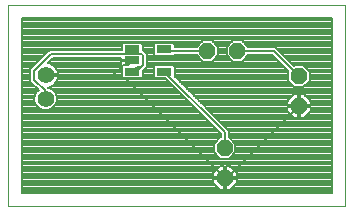
<source format=gtl>
G75*
%MOIN*%
%OFA0B0*%
%FSLAX25Y25*%
%IPPOS*%
%LPD*%
%AMOC8*
5,1,8,0,0,1.08239X$1,22.5*
%
%ADD10C,0.00000*%
%ADD11OC8,0.05200*%
%ADD12R,0.05000X0.02500*%
%ADD13C,0.05543*%
%ADD14C,0.00787*%
D10*
X0001394Y0001394D02*
X0001394Y0068323D01*
X0113598Y0068323D01*
X0113598Y0001394D01*
X0001394Y0001394D01*
D11*
X0073480Y0010724D03*
X0073480Y0020724D03*
X0098205Y0034661D03*
X0098205Y0044661D03*
X0077693Y0053047D03*
X0067693Y0053047D03*
D12*
X0053283Y0053638D03*
X0042654Y0053638D03*
X0042654Y0049898D03*
X0042654Y0046157D03*
X0053283Y0046157D03*
D13*
X0013835Y0044976D03*
X0013835Y0037102D03*
D14*
X0013835Y0039651D01*
X0010069Y0043417D01*
X0010069Y0046536D01*
X0015675Y0052141D01*
X0044150Y0052141D01*
X0045565Y0052141D01*
X0046147Y0051559D01*
X0046147Y0048236D01*
X0045565Y0047654D01*
X0044150Y0047654D01*
X0042654Y0046157D01*
X0044069Y0046157D01*
X0045565Y0047654D01*
X0046642Y0046768D02*
X0049790Y0046768D01*
X0049790Y0047554D02*
X0047427Y0047554D01*
X0047535Y0047661D02*
X0047535Y0052134D01*
X0046953Y0052716D01*
X0046147Y0053521D01*
X0046147Y0055299D01*
X0045565Y0055881D01*
X0039742Y0055881D01*
X0039160Y0055299D01*
X0039160Y0053529D01*
X0015100Y0053529D01*
X0014287Y0052716D01*
X0008682Y0047111D01*
X0008682Y0042842D01*
X0011466Y0040058D01*
X0010643Y0039235D01*
X0010069Y0037851D01*
X0010069Y0036353D01*
X0010643Y0034969D01*
X0011702Y0033910D01*
X0013086Y0033337D01*
X0014584Y0033337D01*
X0015968Y0033910D01*
X0017027Y0034969D01*
X0017600Y0036353D01*
X0017600Y0037851D01*
X0017027Y0039235D01*
X0015968Y0040294D01*
X0014584Y0040868D01*
X0014580Y0040868D01*
X0014572Y0040876D01*
X0014810Y0040914D01*
X0015434Y0041116D01*
X0016018Y0041414D01*
X0016548Y0041799D01*
X0017012Y0042263D01*
X0017397Y0042793D01*
X0017695Y0043377D01*
X0017897Y0044001D01*
X0017990Y0044583D01*
X0014228Y0044583D01*
X0014228Y0045370D01*
X0017990Y0045370D01*
X0017897Y0045952D01*
X0017695Y0046575D01*
X0017397Y0047159D01*
X0017012Y0047690D01*
X0016548Y0048154D01*
X0016018Y0048539D01*
X0015434Y0048837D01*
X0014810Y0049039D01*
X0014572Y0049077D01*
X0016249Y0050754D01*
X0038760Y0050754D01*
X0038760Y0050129D01*
X0042422Y0050129D01*
X0042422Y0049666D01*
X0038760Y0049666D01*
X0038760Y0048464D01*
X0038855Y0048110D01*
X0039038Y0047792D01*
X0039160Y0047670D01*
X0039160Y0044496D01*
X0039742Y0043914D01*
X0045565Y0043914D01*
X0046147Y0044496D01*
X0046147Y0046274D01*
X0046953Y0047079D01*
X0047535Y0047661D01*
X0047535Y0048340D02*
X0050311Y0048340D01*
X0050372Y0048401D02*
X0049790Y0047819D01*
X0049790Y0044496D01*
X0050372Y0043914D01*
X0053565Y0043914D01*
X0072093Y0025386D01*
X0072093Y0024318D01*
X0071992Y0024318D01*
X0069887Y0022213D01*
X0069887Y0019236D01*
X0071992Y0017131D01*
X0074969Y0017131D01*
X0077074Y0019236D01*
X0077074Y0022213D01*
X0074969Y0024318D01*
X0074868Y0024318D01*
X0074868Y0026535D01*
X0056777Y0044626D01*
X0056777Y0047819D01*
X0056195Y0048401D01*
X0050372Y0048401D01*
X0047535Y0049126D02*
X0091778Y0049126D01*
X0090992Y0049912D02*
X0079640Y0049912D01*
X0079181Y0049454D02*
X0081287Y0051559D01*
X0081287Y0051660D01*
X0089244Y0051660D01*
X0094683Y0046221D01*
X0094611Y0046150D01*
X0094611Y0043173D01*
X0096716Y0041068D01*
X0099693Y0041068D01*
X0101798Y0043173D01*
X0101798Y0046150D01*
X0099693Y0048255D01*
X0096716Y0048255D01*
X0096645Y0048184D01*
X0090394Y0054435D01*
X0081287Y0054435D01*
X0081287Y0054536D01*
X0079181Y0056641D01*
X0076204Y0056641D01*
X0074099Y0054536D01*
X0074099Y0051559D01*
X0076204Y0049454D01*
X0079181Y0049454D01*
X0080426Y0050698D02*
X0090206Y0050698D01*
X0089420Y0051484D02*
X0081212Y0051484D01*
X0077693Y0053047D02*
X0089819Y0053047D01*
X0098205Y0044661D01*
X0101798Y0044410D02*
X0109205Y0044410D01*
X0109205Y0043625D02*
X0101798Y0043625D01*
X0101464Y0042839D02*
X0109205Y0042839D01*
X0109205Y0042053D02*
X0100678Y0042053D01*
X0099892Y0041267D02*
X0109205Y0041267D01*
X0109205Y0040481D02*
X0060922Y0040481D01*
X0060136Y0041267D02*
X0096517Y0041267D01*
X0095731Y0042053D02*
X0059350Y0042053D01*
X0058564Y0042839D02*
X0094945Y0042839D01*
X0094611Y0043625D02*
X0057778Y0043625D01*
X0056993Y0044410D02*
X0094611Y0044410D01*
X0094611Y0045196D02*
X0056777Y0045196D01*
X0056777Y0045982D02*
X0094611Y0045982D01*
X0094136Y0046768D02*
X0056777Y0046768D01*
X0056777Y0047554D02*
X0093350Y0047554D01*
X0092564Y0048340D02*
X0056256Y0048340D01*
X0053283Y0046157D02*
X0073480Y0025961D01*
X0073480Y0020724D01*
X0069887Y0020833D02*
X0005787Y0020833D01*
X0005787Y0020047D02*
X0069887Y0020047D01*
X0069887Y0019261D02*
X0005787Y0019261D01*
X0005787Y0018475D02*
X0070647Y0018475D01*
X0071433Y0017689D02*
X0005787Y0017689D01*
X0005787Y0016904D02*
X0109205Y0016904D01*
X0109205Y0017689D02*
X0075528Y0017689D01*
X0076314Y0018475D02*
X0109205Y0018475D01*
X0109205Y0019261D02*
X0077074Y0019261D01*
X0077074Y0020047D02*
X0109205Y0020047D01*
X0109205Y0020833D02*
X0077074Y0020833D01*
X0077074Y0021619D02*
X0109205Y0021619D01*
X0109205Y0022405D02*
X0076882Y0022405D01*
X0076096Y0023191D02*
X0109205Y0023191D01*
X0109205Y0023977D02*
X0075310Y0023977D01*
X0074868Y0024763D02*
X0109205Y0024763D01*
X0109205Y0025549D02*
X0074868Y0025549D01*
X0074868Y0026334D02*
X0109205Y0026334D01*
X0109205Y0027120D02*
X0074283Y0027120D01*
X0073497Y0027906D02*
X0109205Y0027906D01*
X0109205Y0028692D02*
X0072711Y0028692D01*
X0071925Y0029478D02*
X0109205Y0029478D01*
X0109205Y0030264D02*
X0071139Y0030264D01*
X0070353Y0031050D02*
X0096168Y0031050D01*
X0096550Y0030668D02*
X0094211Y0033007D01*
X0094211Y0034268D01*
X0097811Y0034268D01*
X0097811Y0035055D01*
X0094211Y0035055D01*
X0094211Y0036316D01*
X0096550Y0038655D01*
X0097811Y0038655D01*
X0097811Y0035055D01*
X0098598Y0035055D01*
X0098598Y0038655D01*
X0099859Y0038655D01*
X0102198Y0036316D01*
X0102198Y0035055D01*
X0098598Y0035055D01*
X0098598Y0034268D01*
X0098598Y0030668D01*
X0099859Y0030668D01*
X0102198Y0033007D01*
X0102198Y0034268D01*
X0098598Y0034268D01*
X0097811Y0034268D01*
X0097811Y0030668D01*
X0096550Y0030668D01*
X0097811Y0031050D02*
X0098598Y0031050D01*
X0098598Y0031836D02*
X0097811Y0031836D01*
X0097811Y0032622D02*
X0098598Y0032622D01*
X0098598Y0033408D02*
X0097811Y0033408D01*
X0097811Y0034194D02*
X0098598Y0034194D01*
X0098205Y0034661D02*
X0074268Y0010724D01*
X0073480Y0010724D01*
X0040291Y0043914D01*
X0039742Y0043914D01*
X0039160Y0044496D01*
X0039160Y0047819D01*
X0036317Y0044976D01*
X0013835Y0044976D01*
X0014228Y0045196D02*
X0039160Y0045196D01*
X0039160Y0045982D02*
X0017888Y0045982D01*
X0017597Y0046768D02*
X0039160Y0046768D01*
X0039160Y0047554D02*
X0017110Y0047554D01*
X0016291Y0048340D02*
X0038793Y0048340D01*
X0039160Y0047819D02*
X0039742Y0048401D01*
X0040764Y0048401D01*
X0041157Y0048401D01*
X0042654Y0049898D01*
X0042422Y0049912D02*
X0015407Y0049912D01*
X0014621Y0049126D02*
X0038760Y0049126D01*
X0038760Y0050698D02*
X0016193Y0050698D01*
X0013841Y0052270D02*
X0005787Y0052270D01*
X0005787Y0051484D02*
X0013055Y0051484D01*
X0012269Y0050698D02*
X0005787Y0050698D01*
X0005787Y0049912D02*
X0011483Y0049912D01*
X0010697Y0049126D02*
X0005787Y0049126D01*
X0005787Y0048340D02*
X0009911Y0048340D01*
X0009125Y0047554D02*
X0005787Y0047554D01*
X0005787Y0046768D02*
X0008682Y0046768D01*
X0008682Y0045982D02*
X0005787Y0045982D01*
X0005787Y0045196D02*
X0008682Y0045196D01*
X0008682Y0044410D02*
X0005787Y0044410D01*
X0005787Y0043625D02*
X0008682Y0043625D01*
X0008685Y0042839D02*
X0005787Y0042839D01*
X0005787Y0042053D02*
X0009471Y0042053D01*
X0010257Y0041267D02*
X0005787Y0041267D01*
X0005787Y0040481D02*
X0011043Y0040481D01*
X0011102Y0039695D02*
X0005787Y0039695D01*
X0005787Y0038909D02*
X0010507Y0038909D01*
X0010182Y0038123D02*
X0005787Y0038123D01*
X0005787Y0037337D02*
X0010069Y0037337D01*
X0010069Y0036551D02*
X0005787Y0036551D01*
X0005787Y0035765D02*
X0010313Y0035765D01*
X0010638Y0034980D02*
X0005787Y0034980D01*
X0005787Y0034194D02*
X0011418Y0034194D01*
X0012915Y0033408D02*
X0005787Y0033408D01*
X0005787Y0032622D02*
X0064857Y0032622D01*
X0064071Y0033408D02*
X0014754Y0033408D01*
X0016251Y0034194D02*
X0063285Y0034194D01*
X0062499Y0034980D02*
X0017031Y0034980D01*
X0017356Y0035765D02*
X0061713Y0035765D01*
X0060927Y0036551D02*
X0017600Y0036551D01*
X0017600Y0037337D02*
X0060142Y0037337D01*
X0059356Y0038123D02*
X0017487Y0038123D01*
X0017162Y0038909D02*
X0058570Y0038909D01*
X0057784Y0039695D02*
X0016567Y0039695D01*
X0015517Y0040481D02*
X0056998Y0040481D01*
X0056212Y0041267D02*
X0015729Y0041267D01*
X0016802Y0042053D02*
X0055426Y0042053D01*
X0054640Y0042839D02*
X0017420Y0042839D01*
X0017775Y0043625D02*
X0053854Y0043625D01*
X0049875Y0044410D02*
X0046062Y0044410D01*
X0046147Y0045196D02*
X0049790Y0045196D01*
X0049790Y0045982D02*
X0046147Y0045982D01*
X0047535Y0049912D02*
X0065746Y0049912D01*
X0066204Y0049454D02*
X0069181Y0049454D01*
X0071287Y0051559D01*
X0071287Y0054536D01*
X0069181Y0056641D01*
X0066204Y0056641D01*
X0064099Y0054536D01*
X0064099Y0054435D01*
X0056777Y0054435D01*
X0056777Y0055299D01*
X0056195Y0055881D01*
X0050372Y0055881D01*
X0049790Y0055299D01*
X0049790Y0051976D01*
X0050372Y0051394D01*
X0056195Y0051394D01*
X0056461Y0051660D01*
X0064099Y0051660D01*
X0064099Y0051559D01*
X0066204Y0049454D01*
X0064960Y0050698D02*
X0047535Y0050698D01*
X0047535Y0051484D02*
X0050282Y0051484D01*
X0049790Y0052270D02*
X0047399Y0052270D01*
X0046613Y0053056D02*
X0049790Y0053056D01*
X0049790Y0053841D02*
X0046147Y0053841D01*
X0046147Y0054627D02*
X0049790Y0054627D01*
X0049904Y0055413D02*
X0046033Y0055413D01*
X0044150Y0052141D02*
X0042654Y0053638D01*
X0039160Y0053841D02*
X0005787Y0053841D01*
X0005787Y0053056D02*
X0014627Y0053056D01*
X0005787Y0054627D02*
X0039160Y0054627D01*
X0039274Y0055413D02*
X0005787Y0055413D01*
X0005787Y0056199D02*
X0065763Y0056199D01*
X0064977Y0055413D02*
X0056663Y0055413D01*
X0056777Y0054627D02*
X0064191Y0054627D01*
X0067693Y0053047D02*
X0053874Y0053047D01*
X0053283Y0053638D01*
X0056285Y0051484D02*
X0064174Y0051484D01*
X0069640Y0049912D02*
X0075746Y0049912D01*
X0074960Y0050698D02*
X0070426Y0050698D01*
X0071212Y0051484D02*
X0074174Y0051484D01*
X0074099Y0052270D02*
X0071287Y0052270D01*
X0071287Y0053056D02*
X0074099Y0053056D01*
X0074099Y0053841D02*
X0071287Y0053841D01*
X0071195Y0054627D02*
X0074191Y0054627D01*
X0074977Y0055413D02*
X0070409Y0055413D01*
X0069623Y0056199D02*
X0075763Y0056199D01*
X0079623Y0056199D02*
X0109205Y0056199D01*
X0109205Y0055413D02*
X0080409Y0055413D01*
X0081195Y0054627D02*
X0109205Y0054627D01*
X0109205Y0053841D02*
X0090987Y0053841D01*
X0091773Y0053056D02*
X0109205Y0053056D01*
X0109205Y0052270D02*
X0092559Y0052270D01*
X0093345Y0051484D02*
X0109205Y0051484D01*
X0109205Y0050698D02*
X0094130Y0050698D01*
X0094916Y0049912D02*
X0109205Y0049912D01*
X0109205Y0049126D02*
X0095702Y0049126D01*
X0096488Y0048340D02*
X0109205Y0048340D01*
X0109205Y0047554D02*
X0100394Y0047554D01*
X0101180Y0046768D02*
X0109205Y0046768D01*
X0109205Y0045982D02*
X0101798Y0045982D01*
X0101798Y0045196D02*
X0109205Y0045196D01*
X0109205Y0039695D02*
X0061708Y0039695D01*
X0062494Y0038909D02*
X0109205Y0038909D01*
X0109205Y0038123D02*
X0100391Y0038123D01*
X0101177Y0037337D02*
X0109205Y0037337D01*
X0109205Y0036551D02*
X0101963Y0036551D01*
X0102198Y0035765D02*
X0109205Y0035765D01*
X0109205Y0034980D02*
X0098598Y0034980D01*
X0098598Y0035765D02*
X0097811Y0035765D01*
X0097811Y0034980D02*
X0066423Y0034980D01*
X0065638Y0035765D02*
X0094211Y0035765D01*
X0094447Y0036551D02*
X0064852Y0036551D01*
X0064066Y0037337D02*
X0095233Y0037337D01*
X0096019Y0038123D02*
X0063280Y0038123D01*
X0067209Y0034194D02*
X0094211Y0034194D01*
X0094211Y0033408D02*
X0067995Y0033408D01*
X0068781Y0032622D02*
X0094596Y0032622D01*
X0095382Y0031836D02*
X0069567Y0031836D01*
X0067215Y0030264D02*
X0005787Y0030264D01*
X0005787Y0029478D02*
X0068001Y0029478D01*
X0068787Y0028692D02*
X0005787Y0028692D01*
X0005787Y0027906D02*
X0069573Y0027906D01*
X0070358Y0027120D02*
X0005787Y0027120D01*
X0005787Y0026334D02*
X0071144Y0026334D01*
X0071930Y0025549D02*
X0005787Y0025549D01*
X0005787Y0024763D02*
X0072093Y0024763D01*
X0071650Y0023977D02*
X0005787Y0023977D01*
X0005787Y0023191D02*
X0070865Y0023191D01*
X0070079Y0022405D02*
X0005787Y0022405D01*
X0005787Y0021619D02*
X0069887Y0021619D01*
X0071826Y0014718D02*
X0069487Y0012379D01*
X0069487Y0011118D01*
X0073087Y0011118D01*
X0073087Y0014718D01*
X0071826Y0014718D01*
X0071654Y0014546D02*
X0005787Y0014546D01*
X0005787Y0015332D02*
X0109205Y0015332D01*
X0109205Y0014546D02*
X0075307Y0014546D01*
X0075135Y0014718D02*
X0073874Y0014718D01*
X0073874Y0011118D01*
X0077474Y0011118D01*
X0077474Y0012379D01*
X0075135Y0014718D01*
X0073874Y0014546D02*
X0073087Y0014546D01*
X0073087Y0013760D02*
X0073874Y0013760D01*
X0073874Y0012974D02*
X0073087Y0012974D01*
X0073087Y0012188D02*
X0073874Y0012188D01*
X0073874Y0011402D02*
X0073087Y0011402D01*
X0073087Y0011118D02*
X0073874Y0011118D01*
X0073874Y0010331D01*
X0077474Y0010331D01*
X0077474Y0009070D01*
X0075135Y0006731D01*
X0073874Y0006731D01*
X0073874Y0010331D01*
X0073087Y0010331D01*
X0073087Y0006731D01*
X0071826Y0006731D01*
X0069487Y0009070D01*
X0069487Y0010331D01*
X0073087Y0010331D01*
X0073087Y0011118D01*
X0073087Y0010616D02*
X0005787Y0010616D01*
X0005787Y0009830D02*
X0069487Y0009830D01*
X0069512Y0009044D02*
X0005787Y0009044D01*
X0005787Y0008259D02*
X0070298Y0008259D01*
X0071084Y0007473D02*
X0005787Y0007473D01*
X0005787Y0006687D02*
X0109205Y0006687D01*
X0109205Y0007473D02*
X0075876Y0007473D01*
X0076662Y0008259D02*
X0109205Y0008259D01*
X0109205Y0009044D02*
X0077448Y0009044D01*
X0077474Y0009830D02*
X0109205Y0009830D01*
X0109205Y0010616D02*
X0073874Y0010616D01*
X0073874Y0009830D02*
X0073087Y0009830D01*
X0073087Y0009044D02*
X0073874Y0009044D01*
X0073874Y0008259D02*
X0073087Y0008259D01*
X0073087Y0007473D02*
X0073874Y0007473D01*
X0077474Y0011402D02*
X0109205Y0011402D01*
X0109205Y0012188D02*
X0077474Y0012188D01*
X0076879Y0012974D02*
X0109205Y0012974D01*
X0109205Y0013760D02*
X0076093Y0013760D01*
X0070868Y0013760D02*
X0005787Y0013760D01*
X0005787Y0012974D02*
X0070082Y0012974D01*
X0069487Y0012188D02*
X0005787Y0012188D01*
X0005787Y0011402D02*
X0069487Y0011402D01*
X0066429Y0031050D02*
X0005787Y0031050D01*
X0005787Y0031836D02*
X0065643Y0031836D01*
X0039245Y0044410D02*
X0017962Y0044410D01*
X0005787Y0056985D02*
X0109205Y0056985D01*
X0109205Y0057771D02*
X0005787Y0057771D01*
X0005787Y0058557D02*
X0109205Y0058557D01*
X0109205Y0059343D02*
X0005787Y0059343D01*
X0005787Y0060129D02*
X0109205Y0060129D01*
X0109205Y0060915D02*
X0005787Y0060915D01*
X0005787Y0061701D02*
X0109205Y0061701D01*
X0109205Y0062486D02*
X0005787Y0062486D01*
X0005787Y0063272D02*
X0109205Y0063272D01*
X0109205Y0063929D02*
X0109205Y0005787D01*
X0005787Y0005787D01*
X0005787Y0063929D01*
X0109205Y0063929D01*
X0098598Y0038123D02*
X0097811Y0038123D01*
X0097811Y0037337D02*
X0098598Y0037337D01*
X0098598Y0036551D02*
X0097811Y0036551D01*
X0102198Y0034194D02*
X0109205Y0034194D01*
X0109205Y0033408D02*
X0102198Y0033408D01*
X0101813Y0032622D02*
X0109205Y0032622D01*
X0109205Y0031836D02*
X0101027Y0031836D01*
X0100241Y0031050D02*
X0109205Y0031050D01*
X0109205Y0016118D02*
X0005787Y0016118D01*
X0005787Y0005901D02*
X0109205Y0005901D01*
M02*

</source>
